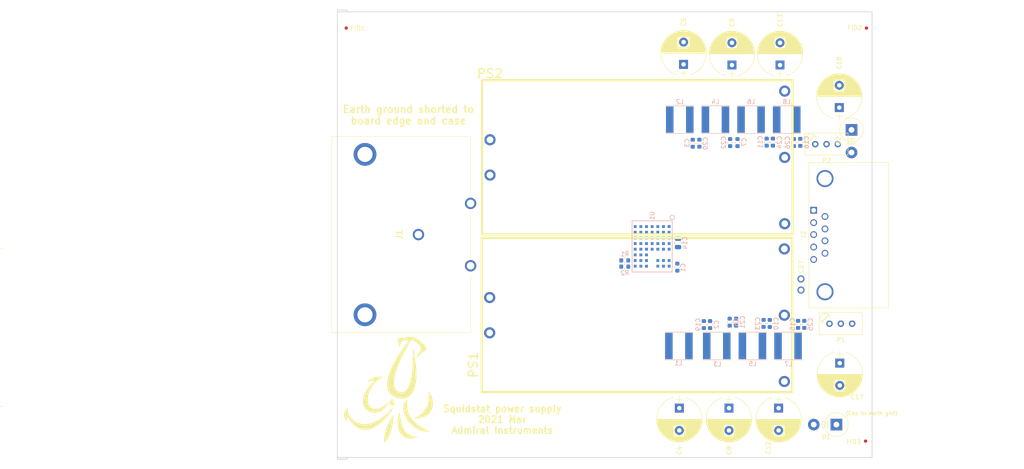
<source format=kicad_pcb>
(kicad_pcb (version 20171130) (host pcbnew "(5.1.0)-1")
  (layers (0 F.Cu signal) (31 B.Cu signal) (34 B.Paste user hide) (35 F.Paste user) (36 B.SilkS user) (37 F.SilkS user) (38 B.Mask user hide) (39 F.Mask user hide) (44 Edge.Cuts user))
  (net 0 "")
  (net 1 GND)
  (net 2 "Net-(C1-Pad1)")
  (net 3 /+0v,B)
  (net 4 "Net-(C10-Pad1)")
  (net 5 "Net-(C11-Pad1)")
  (net 6 /3.3v)
  (net 7 Earth)
  (net 8 "Net-(L2-Pad2)")
  (net 9 "Net-(J1-Pad1)")
  (net 10 "Net-(J1-Pad2)")
  (net 11 "Net-(R1-Pad1)")
  (net 12 "Net-(R2-Pad1)")
  (net 13 "Net-(U1-PadF7)")
  (net 14 "Net-(U1-PadH6)")
  (net 15 "Net-(U1-PadF5)")
  (net 16 "Net-(C19-Pad1)")
  (net 17 "Net-(C20-Pad1)")
  (net 18 "Net-(C21-Pad1)")
  (net 19 "Net-(C22-Pad1)")
  (net 20 "Net-(P1-Pad2)")
  (net 21 "Net-(P2-Pad2)")
  (net 22 /+15v,A)
  (net 23 /+15v,B)
  (module user_generated_footprints:SquidLogo20x24 (layer F.Cu) (at 11.45 84.8)
    (fp_text reference LOGO1 hide)
    (fp_text value "Squid Logo" hide)
  )
  (module Fiducial:Fiducial_0.75mm_Mask1.5mm (layer F.Cu) (at 118.55 96.35)
    (fp_text reference FID3 (at -2.7 0.15) (layer F.SilkS))
    (fp_text value Fiducial)
    (pad "" smd circle (at 0 0) (size 0.75 0.75) (layers F.Cu F.Mask) (clearance 0.375))
  )
  (module Fiducial:Fiducial_0.75mm_Mask1.5mm (layer F.Cu) (at 118.75 3.65)
    (fp_text reference FID2 (at -2.65 -0.05) (layer F.SilkS))
    (fp_text value Fiducial)
    (pad "" smd circle (at 0 0) (size 0.75 0.75) (layers F.Cu F.Mask) (clearance 0.375))
  )
  (module Fiducial:Fiducial_0.75mm_Mask1.5mm (layer F.Cu) (at 2 3.65)
    (fp_text reference FID1 (at 2.55 0.05) (layer F.SilkS))
    (fp_text value Fiducial)
    (pad "" smd circle (at 0 0) (size 0.75 0.75) (layers F.Cu F.Mask) (clearance 0.375))
  )
  (module Resistor_SMD:R_0603_1608Metric (layer B.Cu) (at 64.5 57.2 180)
    (fp_text reference R2 (at 0 -1.4 180) (layer B.SilkS) (effects (justify mirror)))
    (fp_text value 154k)
    (pad 2 smd roundrect (at 0.7875 0 180) (size 0.875 0.95) (layers B.Cu B.Paste B.Mask) (net 1 GND))
    (pad 1 smd roundrect (at -0.7875 0 180) (size 0.875 0.95) (layers B.Cu B.Paste B.Mask) (net 12 "Net-(R2-Pad1)"))
  )
  (module Resistor_SMD:R_0603_1608Metric (layer B.Cu) (at 64.5 55.8 180)
    (fp_text reference R1 (at 0 1.43 180) (layer B.SilkS) (effects (justify mirror)))
    (fp_text value 42.2k)
    (pad 2 smd roundrect (at 0.7875 0 180) (size 0.875 0.95) (layers B.Cu B.Paste B.Mask) (net 1 GND))
    (pad 1 smd roundrect (at -0.7875 0 180) (size 0.875 0.95) (layers B.Cu B.Paste B.Mask) (net 11 "Net-(R1-Pad1)"))
  )
  (module Capacitor_SMD:C_0603_1608Metric (layer B.Cu) (at 102.45 29.35 270)
    (fp_text reference C26 (at 0 1.43 270) (layer B.SilkS) (effects (justify mirror)))
    (fp_text value 10n)
    (pad 2 smd roundrect (at 0.7875 0 270) (size 0.875 0.95) (layers B.Cu B.Paste B.Mask) (net 3 /+0v,B))
    (pad 1 smd roundrect (at -0.7875 0 270) (size 0.875 0.95) (layers B.Cu B.Paste B.Mask) (net 23 /+15v,B))
  )
  (module Capacitor_SMD:C_0603_1608Metric (layer B.Cu) (at 104.8 70.15 90)
    (fp_text reference C25 (at 0 1.35 90) (layer B.SilkS) (effects (justify mirror)))
    (fp_text value 10n)
    (pad 2 smd roundrect (at 0.7875 0 90) (size 0.875 0.95) (layers B.Cu B.Paste B.Mask) (net 1 GND))
    (pad 1 smd roundrect (at -0.7875 0 90) (size 0.875 0.95) (layers B.Cu B.Paste B.Mask) (net 22 /+15v,A))
  )
  (module Capacitor_SMD:C_0603_1608Metric (layer B.Cu) (at 97.75 29.25 270)
    (fp_text reference C24 (at 0.05 -1.45 270) (layer B.SilkS) (effects (justify mirror)))
    (fp_text value 10n)
    (pad 2 smd roundrect (at 0.7875 0 270) (size 0.875 0.95) (layers B.Cu B.Paste B.Mask) (net 3 /+0v,B))
    (pad 1 smd roundrect (at -0.7875 0 270) (size 0.875 0.95) (layers B.Cu B.Paste B.Mask) (net 5 "Net-(C11-Pad1)"))
  )
  (module Capacitor_SMD:C_0603_1608Metric (layer B.Cu) (at 95.65 69.9375 90)
    (fp_text reference C23 (at -0.0125 -1.3 90) (layer B.SilkS) (effects (justify mirror)))
    (fp_text value 10n)
    (pad 2 smd roundrect (at 0.7875 0 90) (size 0.875 0.95) (layers B.Cu B.Paste B.Mask) (net 1 GND))
    (pad 1 smd roundrect (at -0.7875 0 90) (size 0.875 0.95) (layers B.Cu B.Paste B.Mask) (net 4 "Net-(C10-Pad1)"))
  )
  (module Capacitor_SMD:C_0603_1608Metric (layer B.Cu) (at 88.15 29.35 270)
    (fp_text reference C22 (at 0 1.43 270) (layer B.SilkS) (effects (justify mirror)))
    (fp_text value 10n)
    (pad 2 smd roundrect (at 0.7875 0 270) (size 0.875 0.95) (layers B.Cu B.Paste B.Mask) (net 3 /+0v,B))
    (pad 1 smd roundrect (at -0.7875 0 270) (size 0.875 0.95) (layers B.Cu B.Paste B.Mask) (net 19 "Net-(C22-Pad1)"))
  )
  (module Capacitor_SMD:C_0603_1608Metric (layer B.Cu) (at 89.5 69.65 90)
    (fp_text reference C21 (at 0 1.43 90) (layer B.SilkS) (effects (justify mirror)))
    (fp_text value 10n)
    (pad 2 smd roundrect (at 0.7875 0 90) (size 0.875 0.95) (layers B.Cu B.Paste B.Mask) (net 1 GND))
    (pad 1 smd roundrect (at -0.7875 0 90) (size 0.875 0.95) (layers B.Cu B.Paste B.Mask) (net 18 "Net-(C21-Pad1)"))
  )
  (module Capacitor_SMD:C_0603_1608Metric (layer B.Cu) (at 81.25 29.4875 270)
    (fp_text reference C20 (at 0.0625 -1.35 270) (layer B.SilkS) (effects (justify mirror)))
    (fp_text value 10n)
    (pad 2 smd roundrect (at 0.7875 0 270) (size 0.875 0.95) (layers B.Cu B.Paste B.Mask) (net 3 /+0v,B))
    (pad 1 smd roundrect (at -0.7875 0 270) (size 0.875 0.95) (layers B.Cu B.Paste B.Mask) (net 17 "Net-(C20-Pad1)"))
  )
  (module Capacitor_SMD:C_0603_1608Metric (layer B.Cu) (at 82.25 70.2 90)
    (fp_text reference C19 (at 0 -1.3 90) (layer B.SilkS) (effects (justify mirror)))
    (fp_text value 10n)
    (pad 2 smd roundrect (at 0.7875 0 90) (size 0.875 0.95) (layers B.Cu B.Paste B.Mask) (net 1 GND))
    (pad 1 smd roundrect (at -0.7875 0 90) (size 0.875 0.95) (layers B.Cu B.Paste B.Mask) (net 16 "Net-(C19-Pad1)"))
  )
  (module Capacitor_SMD:C_0603_1608Metric (layer B.Cu) (at 103.9 29.3 270)
    (fp_text reference C16 (at 0 -1.35 270) (layer B.SilkS) (effects (justify mirror)))
    (fp_text value 1u)
    (pad 2 smd roundrect (at 0.7875 0 270) (size 0.875 0.95) (layers B.Cu B.Paste B.Mask) (net 3 /+0v,B))
    (pad 1 smd roundrect (at -0.7875 0 270) (size 0.875 0.95) (layers B.Cu B.Paste B.Mask) (net 23 /+15v,B))
  )
  (module Capacitor_SMD:C_0603_1608Metric (layer B.Cu) (at 103.4 70.15 90)
    (fp_text reference C15 (at 0 -1.25 90) (layer B.SilkS) (effects (justify mirror)))
    (fp_text value 1u)
    (pad 2 smd roundrect (at 0.7875 0 90) (size 0.875 0.95) (layers B.Cu B.Paste B.Mask) (net 1 GND))
    (pad 1 smd roundrect (at -0.7875 0 90) (size 0.875 0.95) (layers B.Cu B.Paste B.Mask) (net 22 /+15v,A))
  )
  (module Capacitor_SMD:C_0805_2012Metric (layer B.Cu) (at 76.45 51.8625 270)
    (fp_text reference C14 (at 0 -1.55 270) (layer B.SilkS) (effects (justify mirror)))
    (fp_text value 22u)
    (pad 2 smd roundrect (at 0.9375 0 270) (size 0.975 1.4) (layers B.Cu B.Paste B.Mask) (net 1 GND))
    (pad 1 smd roundrect (at -0.9375 0 270) (size 0.975 1.4) (layers B.Cu B.Paste B.Mask) (net 6 /3.3v))
  )
  (module Capacitor_SMD:C_0603_1608Metric (layer B.Cu) (at 96.35 29.25 270)
    (fp_text reference C11 (at 0 1.43 270) (layer B.SilkS) (effects (justify mirror)))
    (fp_text value 1u)
    (pad 2 smd roundrect (at 0.7875 0 270) (size 0.875 0.95) (layers B.Cu B.Paste B.Mask) (net 3 /+0v,B))
    (pad 1 smd roundrect (at -0.7875 0 270) (size 0.875 0.95) (layers B.Cu B.Paste B.Mask) (net 5 "Net-(C11-Pad1)"))
  )
  (module Capacitor_SMD:C_0603_1608Metric (layer B.Cu) (at 97.05 69.95 90)
    (fp_text reference C10 (at 0 1.43 90) (layer B.SilkS) (effects (justify mirror)))
    (fp_text value 1u)
    (pad 2 smd roundrect (at 0.7875 0 90) (size 0.875 0.95) (layers B.Cu B.Paste B.Mask) (net 1 GND))
    (pad 1 smd roundrect (at -0.7875 0 90) (size 0.875 0.95) (layers B.Cu B.Paste B.Mask) (net 4 "Net-(C10-Pad1)"))
  )
  (module Capacitor_SMD:C_0603_1608Metric (layer B.Cu) (at 89.8 29.35 270)
    (fp_text reference C7 (at -0.1 -1.5 270) (layer B.SilkS) (effects (justify mirror)))
    (fp_text value 1u)
    (pad 2 smd roundrect (at 0.7875 0 270) (size 0.875 0.95) (layers B.Cu B.Paste B.Mask) (net 3 /+0v,B))
    (pad 1 smd roundrect (at -0.7875 0 270) (size 0.875 0.95) (layers B.Cu B.Paste B.Mask) (net 19 "Net-(C22-Pad1)"))
  )
  (module Capacitor_SMD:C_0603_1608Metric (layer B.Cu) (at 88.05 69.65 90)
    (fp_text reference C6 (at 0 1.43 90) (layer B.SilkS) (effects (justify mirror)))
    (fp_text value 1u)
    (pad 2 smd roundrect (at 0.7875 0 90) (size 0.875 0.95) (layers B.Cu B.Paste B.Mask) (net 1 GND))
    (pad 1 smd roundrect (at -0.7875 0 90) (size 0.875 0.95) (layers B.Cu B.Paste B.Mask) (net 18 "Net-(C21-Pad1)"))
  )
  (module Capacitor_SMD:C_0603_1608Metric (layer B.Cu) (at 79.75 29.5 270)
    (fp_text reference C3 (at -0.05 1.25 270) (layer B.SilkS) (effects (justify mirror)))
    (fp_text value 1u)
    (pad 2 smd roundrect (at 0.7875 0 270) (size 0.875 0.95) (layers B.Cu B.Paste B.Mask) (net 3 /+0v,B))
    (pad 1 smd roundrect (at -0.7875 0 270) (size 0.875 0.95) (layers B.Cu B.Paste B.Mask) (net 17 "Net-(C20-Pad1)"))
  )
  (module Capacitor_SMD:C_0603_1608Metric (layer B.Cu) (at 83.65 70.2 90)
    (fp_text reference C2 (at 0 1.43 90) (layer B.SilkS) (effects (justify mirror)))
    (fp_text value 1u)
    (pad 2 smd roundrect (at 0.7875 0 90) (size 0.875 0.95) (layers B.Cu B.Paste B.Mask) (net 1 GND))
    (pad 1 smd roundrect (at -0.7875 0 90) (size 0.875 0.95) (layers B.Cu B.Paste B.Mask) (net 16 "Net-(C19-Pad1)"))
  )
  (module Capacitor_SMD:C_0603_1608Metric (layer B.Cu) (at 76.3 57.3125 270)
    (fp_text reference C1 (at 0.1 -1.25 270) (layer B.SilkS) (effects (justify mirror)))
    (fp_text value 2.2u)
    (pad 2 smd roundrect (at 0.7875 0 270) (size 0.875 0.95) (layers B.Cu B.Paste B.Mask) (net 1 GND))
    (pad 1 smd roundrect (at -0.7875 0 270) (size 0.875 0.95) (layers B.Cu B.Paste B.Mask) (net 2 "Net-(C1-Pad1)"))
  )
  (module user_generated_footprints:DB9FC_w_housing_connection (layer F.Cu) (at 106.9 44.54 270)
    (fp_text reference J2 (at 5.46 2.28 270) (layer F.SilkS))
    (fp_text value DB9_Female_MountingHoles)
    (pad 9 thru_hole circle (at 9.65 -2.54 270) (size 1.52 1.52) (drill 1.02) (layers *.Cu *.Mask) (net 3 /+0v,B))
    (pad 8 thru_hole circle (at 6.86 -2.54 270) (size 1.52 1.52) (drill 1.02) (layers *.Cu *.Mask) (net 7 Earth))
    (pad 7 thru_hole circle (at 4.19 -2.54 270) (size 1.52 1.52) (drill 1.02) (layers *.Cu *.Mask) (net 3 /+0v,B))
    (pad 6 thru_hole circle (at 1.4 -2.54 270) (size 1.52 1.52) (drill 1.02) (layers *.Cu *.Mask) (net 6 /3.3v))
    (pad 5 thru_hole circle (at 11.05 0 270) (size 1.52 1.52) (drill 1.02) (layers *.Cu *.Mask) (net 22 /+15v,A))
    (pad 4 thru_hole circle (at 8.26 0 270) (size 1.52 1.52) (drill 1.02) (layers *.Cu *.Mask) (net 23 /+15v,B))
    (pad 3 thru_hole circle (at 5.46 0 270) (size 1.52 1.52) (drill 1.02) (layers *.Cu *.Mask) (net 1 GND))
    (pad 2 thru_hole circle (at 2.79 0 270) (size 1.52 1.52) (drill 1.02) (layers *.Cu *.Mask) (net 23 /+15v,B))
    (pad 1 thru_hole rect (at 0 0 270) (size 1.52 1.52) (drill 1.02) (layers *.Cu *.Mask) (net 22 /+15v,A))
    (pad 0 thru_hole circle (at -7.11 -2.54 270) (size 3.81 3.81) (drill 3.05) (layers *.Cu *.Mask) (net 1 GND))
    (pad 0 thru_hole circle (at 18.29 -2.54 270) (size 3.81 3.81) (drill 3.05) (layers *.Cu *.Mask) (net 1 GND))
  )
  (module user_generated_footprints:PF0030PC (layer F.Cu) (at 29.9 57 90)
    (fp_text reference J1 (at 7 -15.962 90) (layer F.SilkS) (effects (font (size 1.27 1.27) (thickness 0.254))))
    (fp_text value Conn_WallPlug_Earth hide)
    (pad 2 thru_hole circle (at 0 0 90) (size 2.55 2.55) (drill 1.7) (layers *.Cu *.Mask) (net 10 "Net-(J1-Pad2)"))
    (pad 1 thru_hole circle (at 14 0 90) (size 2.55 2.55) (drill 1.7) (layers *.Cu *.Mask) (net 9 "Net-(J1-Pad1)"))
    (pad 3 thru_hole circle (at 7 -11.7 90) (size 2.55 2.55) (drill 1.7) (layers *.Cu *.Mask) (net 7 Earth))
    (pad MH1 thru_hole circle (at -11 -23.7 90) (size 5.1 5.1) (drill 3.4) (layers *.Cu *.Mask))
    (pad MH2 thru_hole circle (at 25 -23.7 90) (size 5.1 5.1) (drill 3.4) (layers *.Cu *.Mask))
  )
  (module Diodes_THT:D_DO-201_P5.08mm_Vertical_KathodeUp (layer F.Cu) (at 112 92.65 180)
    (fp_text reference D1 (at 2.25 -2.78 180) (layer F.SilkS))
    (fp_text value 16v)
    (pad 1 thru_hole rect (at 0 0 180) (size 2.6 2.6) (drill 1.3) (layers *.Cu *.Mask) (net 22 /+15v,A))
    (pad 2 thru_hole oval (at 5.08 0 180) (size 2.6 2.6) (drill 1.3) (layers *.Cu *.Mask) (net 1 GND))
  )
  (module Diodes_THT:D_DO-201_P5.08mm_Vertical_KathodeUp (layer F.Cu) (at 115.4 26.5 270)
    (fp_text reference D2 (at 2.48 2.93 270) (layer F.SilkS))
    (fp_text value 16v)
    (pad 2 thru_hole oval (at 5.08 0 270) (size 2.6 2.6) (drill 1.3) (layers *.Cu *.Mask) (net 3 /+0v,B))
    (pad 1 thru_hole rect (at 0 0 270) (size 2.6 2.6) (drill 1.3) (layers *.Cu *.Mask) (net 23 /+15v,B))
  )
  (module Potentiometers:Potentiometer_Trimmer_Bourns_3296W (layer F.Cu) (at 110.45 70 180)
    (fp_text reference P1 (at -2.54 -3.66 180) (layer F.SilkS))
    (fp_text value ???)
    (pad 3 thru_hole circle (at -5.08 0 180) (size 1.44 1.44) (drill 0.8) (layers *.Cu *.Mask) (net 2 "Net-(C1-Pad1)"))
    (pad 2 thru_hole circle (at -2.54 0 180) (size 1.44 1.44) (drill 0.8) (layers *.Cu *.Mask) (net 20 "Net-(P1-Pad2)"))
    (pad 1 thru_hole circle (at 0 0 180) (size 1.44 1.44) (drill 0.8) (layers *.Cu *.Mask) (net 1 GND))
  )
  (module Potentiometers:Potentiometer_Trimmer_Bourns_3296W (layer F.Cu) (at 107.25 29.7 180)
    (fp_text reference P2 (at -2.54 -3.66 180) (layer F.SilkS))
    (fp_text value ???)
    (pad 3 thru_hole circle (at -5.08 0 180) (size 1.44 1.44) (drill 0.8) (layers *.Cu *.Mask) (net 8 "Net-(L2-Pad2)"))
    (pad 2 thru_hole circle (at -2.54 0 180) (size 1.44 1.44) (drill 0.8) (layers *.Cu *.Mask) (net 21 "Net-(P2-Pad2)"))
    (pad 1 thru_hole circle (at 0 0 180) (size 1.44 1.44) (drill 0.8) (layers *.Cu *.Mask) (net 3 /+0v,B))
  )
  (module Capacitors_THT:C_Disc_D3.0mm_W1.6mm_P2.50mm (layer F.Cu) (at 104.05 59.95 270)
    (fp_text reference C27 (at -2.7 0 270) (layer F.SilkS))
    (fp_text value ??)
    (pad 2 thru_hole circle (at 2.5 0 270) (size 1.6 1.6) (drill 1) (layers *.Cu *.Mask) (net 1 GND))
    (pad 1 thru_hole circle (at 0 0 270) (size 1.6 1.6) (drill 1) (layers *.Cu *.Mask) (net 7 Earth))
  )
  (module Capacitors_THT:CP_Radial_D10.0mm_P5.00mm (layer F.Cu) (at 76.75 88.95 270)
    (fp_text reference C4 (at 9.5 0 270) (layer F.SilkS))
    (fp_text value 560u)
    (pad 1 thru_hole rect (at 0 0 270) (size 2 2) (drill 1) (layers *.Cu *.Mask) (net 16 "Net-(C19-Pad1)"))
    (pad 2 thru_hole circle (at 5 0 270) (size 2 2) (drill 1) (layers *.Cu *.Mask) (net 1 GND))
  )
  (module Capacitors_THT:CP_Radial_D10.0mm_P5.00mm (layer F.Cu) (at 77.7 11.8 90)
    (fp_text reference C5 (at 9.5 0 90) (layer F.SilkS))
    (fp_text value 560u)
    (pad 1 thru_hole rect (at 0 0 90) (size 2 2) (drill 1) (layers *.Cu *.Mask) (net 17 "Net-(C20-Pad1)"))
    (pad 2 thru_hole circle (at 5 0 90) (size 2 2) (drill 1) (layers *.Cu *.Mask) (net 3 /+0v,B))
  )
  (module Capacitors_THT:CP_Radial_D10.0mm_P5.00mm (layer F.Cu) (at 87.892858 88.95 270)
    (fp_text reference C8 (at 9.5 0 270) (layer F.SilkS))
    (fp_text value 560u)
    (pad 1 thru_hole rect (at 0 0 270) (size 2 2) (drill 1) (layers *.Cu *.Mask) (net 18 "Net-(C21-Pad1)"))
    (pad 2 thru_hole circle (at 5 0 270) (size 2 2) (drill 1) (layers *.Cu *.Mask) (net 1 GND))
  )
  (module Capacitors_THT:CP_Radial_D10.0mm_P5.00mm (layer F.Cu) (at 88.55 11.95 90)
    (fp_text reference C9 (at 9.5 0 90) (layer F.SilkS))
    (fp_text value 560u)
    (pad 1 thru_hole rect (at 0 0 90) (size 2 2) (drill 1) (layers *.Cu *.Mask) (net 19 "Net-(C22-Pad1)"))
    (pad 2 thru_hole circle (at 5 0 90) (size 2 2) (drill 1) (layers *.Cu *.Mask) (net 3 /+0v,B))
  )
  (module Capacitors_THT:CP_Radial_D10.0mm_P5.00mm (layer F.Cu) (at 99.035715 88.95 270)
    (fp_text reference C12 (at 8.9 2.3 270) (layer F.SilkS))
    (fp_text value 560u)
    (pad 1 thru_hole rect (at 0 0 270) (size 2 2) (drill 1) (layers *.Cu *.Mask) (net 4 "Net-(C10-Pad1)"))
    (pad 2 thru_hole circle (at 5 0 270) (size 2 2) (drill 1) (layers *.Cu *.Mask) (net 1 GND))
  )
  (module Capacitors_THT:CP_Radial_D10.0mm_P5.00mm (layer F.Cu) (at 99.35 11.95 90)
    (fp_text reference C13 (at 10 0 90) (layer F.SilkS))
    (fp_text value 560u)
    (pad 1 thru_hole rect (at 0 0 90) (size 2 2) (drill 1) (layers *.Cu *.Mask) (net 5 "Net-(C11-Pad1)"))
    (pad 2 thru_hole circle (at 5 0 90) (size 2 2) (drill 1) (layers *.Cu *.Mask) (net 3 /+0v,B))
  )
  (module Capacitors_THT:CP_Radial_D10.0mm_P5.00mm (layer F.Cu) (at 112.75 78.85 270)
    (fp_text reference C17 (at 7.6 -3.9) (layer F.SilkS))
    (fp_text value 560u)
    (pad 1 thru_hole rect (at 0 0 270) (size 2 2) (drill 1) (layers *.Cu *.Mask) (net 22 /+15v,A))
    (pad 2 thru_hole circle (at 5 0 270) (size 2 2) (drill 1) (layers *.Cu *.Mask) (net 1 GND))
  )
  (module Capacitors_THT:CP_Radial_D10.0mm_P5.00mm (layer F.Cu) (at 112.65 21.5 90)
    (fp_text reference C18 (at 10 0 90) (layer F.SilkS))
    (fp_text value 560u)
    (pad 1 thru_hole rect (at 0 0 90) (size 2 2) (drill 1) (layers *.Cu *.Mask) (net 23 /+15v,B))
    (pad 2 thru_hole circle (at 5 0 90) (size 2 2) (drill 1) (layers *.Cu *.Mask) (net 3 /+0v,B))
  )
  (module user:6045_inductor (layer B.Cu) (at 76.65 75 180)
    (fp_text reference L1 (at 0.1 -3.85 180) (layer B.SilkS) (effects (justify mirror)))
    (fp_text value 10u)
    (pad 1 smd rect (at -2.25 0 180) (size 1.7 5.9) (layers B.Cu B.Paste B.Mask) (net 16 "Net-(C19-Pad1)"))
    (pad 2 smd rect (at 2.25 0 180) (size 1.7 5.9) (layers B.Cu B.Paste B.Mask) (net 2 "Net-(C1-Pad1)"))
  )
  (module user:6045_inductor (layer B.Cu) (at 76.85 24.2 180)
    (fp_text reference L2 (at 0 4 180) (layer B.SilkS) (effects (justify mirror)))
    (fp_text value 10u)
    (pad 1 smd rect (at -2.25 0 180) (size 1.7 5.9) (layers B.Cu B.Paste B.Mask) (net 17 "Net-(C20-Pad1)"))
    (pad 2 smd rect (at 2.25 0 180) (size 1.7 5.9) (layers B.Cu B.Paste B.Mask) (net 8 "Net-(L2-Pad2)"))
  )
  (module user:6045_inductor (layer B.Cu) (at 85.15 75 180)
    (fp_text reference L3 (at -0.15 -4.05 180) (layer B.SilkS) (effects (justify mirror)))
    (fp_text value 10u)
    (pad 1 smd rect (at -2.25 0 180) (size 1.7 5.9) (layers B.Cu B.Paste B.Mask) (net 18 "Net-(C21-Pad1)"))
    (pad 2 smd rect (at 2.25 0 180) (size 1.7 5.9) (layers B.Cu B.Paste B.Mask) (net 16 "Net-(C19-Pad1)"))
  )
  (module user:6045_inductor (layer B.Cu) (at 84.85 24.2 180)
    (fp_text reference L4 (at 0 4 180) (layer B.SilkS) (effects (justify mirror)))
    (fp_text value 10u)
    (pad 1 smd rect (at -2.25 0 180) (size 1.7 5.9) (layers B.Cu B.Paste B.Mask) (net 19 "Net-(C22-Pad1)"))
    (pad 2 smd rect (at 2.25 0 180) (size 1.7 5.9) (layers B.Cu B.Paste B.Mask) (net 17 "Net-(C20-Pad1)"))
  )
  (module user:6045_inductor (layer B.Cu) (at 93.15 75 180)
    (fp_text reference L5 (at -0.05 -4 180) (layer B.SilkS) (effects (justify mirror)))
    (fp_text value 10u)
    (pad 1 smd rect (at -2.25 0 180) (size 1.7 5.9) (layers B.Cu B.Paste B.Mask) (net 4 "Net-(C10-Pad1)"))
    (pad 2 smd rect (at 2.25 0 180) (size 1.7 5.9) (layers B.Cu B.Paste B.Mask) (net 18 "Net-(C21-Pad1)"))
  )
  (module user:6045_inductor (layer B.Cu) (at 92.85 24.2 180)
    (fp_text reference L6 (at 0 4 180) (layer B.SilkS) (effects (justify mirror)))
    (fp_text value 10u)
    (pad 1 smd rect (at -2.25 0 180) (size 1.7 5.9) (layers B.Cu B.Paste B.Mask) (net 5 "Net-(C11-Pad1)"))
    (pad 2 smd rect (at 2.25 0 180) (size 1.7 5.9) (layers B.Cu B.Paste B.Mask) (net 19 "Net-(C22-Pad1)"))
  )
  (module user:6045_inductor (layer B.Cu) (at 101.15 75 180)
    (fp_text reference L7 (at -0.1 -4.05 180) (layer B.SilkS) (effects (justify mirror)))
    (fp_text value 10u)
    (pad 1 smd rect (at -2.25 0 180) (size 1.7 5.9) (layers B.Cu B.Paste B.Mask) (net 22 /+15v,A))
    (pad 2 smd rect (at 2.25 0 180) (size 1.7 5.9) (layers B.Cu B.Paste B.Mask) (net 4 "Net-(C10-Pad1)"))
  )
  (module user:6045_inductor (layer B.Cu) (at 100.85 24.2 180)
    (fp_text reference L8 (at 0 4 180) (layer B.SilkS) (effects (justify mirror)))
    (fp_text value 10u)
    (pad 1 smd rect (at -2.25 0 180) (size 1.7 5.9) (layers B.Cu B.Paste B.Mask) (net 23 /+15v,B))
    (pad 2 smd rect (at 2.25 0 180) (size 1.7 5.9) (layers B.Cu B.Paste B.Mask) (net 5 "Net-(C11-Pad1)"))
  )
  (module user:TPP-30-115A-D (layer F.Cu) (at 102.1 50.75)
    (fp_text reference PS1 (at -71.6 28.5 90) (layer F.SilkS) (effects (font (size 2 2) (thickness 0.3))))
    (fp_text value TPP30-115A-D)
    (pad 5 thru_hole circle (at -1.78 2.46) (size 2.5 2.5) (drill 1.5) (layers *.Cu *.Mask) (net 20 "Net-(P1-Pad2)"))
    (pad 4 thru_hole circle (at -1.78 17.34) (size 2.5 2.5) (drill 1.5) (layers *.Cu *.Mask) (net 1 GND))
    (pad 2 thru_hole circle (at -67.92 13.38) (size 2.5 2.5) (drill 1.5) (layers *.Cu *.Mask) (net 9 "Net-(J1-Pad1)"))
    (pad 1 thru_hole circle (at -67.92 21.3) (size 2.5 2.5) (drill 1.5) (layers *.Cu *.Mask) (net 10 "Net-(J1-Pad2)"))
    (pad 3 thru_hole circle (at -1.78 32.22) (size 2.5 2.5) (drill 1.5) (layers *.Cu *.Mask) (net 2 "Net-(C1-Pad1)"))
  )
  (module user:TPP-30-115A-D (layer F.Cu) (at 102.18 15.34)
    (fp_text reference PS2 (at -67.93 -1.49 180) (layer F.SilkS) (effects (font (size 2 2) (thickness 0.3))))
    (fp_text value TPP30-115A-D)
    (pad 3 thru_hole circle (at -1.78 32.22) (size 2.5 2.5) (drill 1.5) (layers *.Cu *.Mask) (net 8 "Net-(L2-Pad2)"))
    (pad 1 thru_hole circle (at -67.92 21.3) (size 2.5 2.5) (drill 1.5) (layers *.Cu *.Mask) (net 10 "Net-(J1-Pad2)"))
    (pad 2 thru_hole circle (at -67.92 13.38) (size 2.5 2.5) (drill 1.5) (layers *.Cu *.Mask) (net 9 "Net-(J1-Pad1)"))
    (pad 4 thru_hole circle (at -1.78 17.34) (size 2.5 2.5) (drill 1.5) (layers *.Cu *.Mask) (net 3 /+0v,B))
    (pad 5 thru_hole circle (at -1.78 2.46) (size 2.5 2.5) (drill 1.5) (layers *.Cu *.Mask) (net 21 "Net-(P2-Pad2)"))
  )
  (module user:LGA-50 (layer B.Cu) (at 70.65 52.65 270)
    (fp_text reference U1 (at -6.9 0 270) (layer B.SilkS) (effects (justify mirror)))
    (fp_text value LTM8022)
    (pad H7 smd rect (at 4.445 3.81 270) (size 0.64 0.64) (layers B.Cu B.Paste B.Mask) (net 12 "Net-(R2-Pad1)"))
    (pad G7 smd rect (at 3.175 3.81 270) (size 0.64 0.64) (layers B.Cu B.Paste B.Mask) (net 11 "Net-(R1-Pad1)"))
    (pad F7 smd rect (at 1.905 3.81 270) (size 0.64 0.64) (layers B.Cu B.Paste B.Mask) (net 13 "Net-(U1-PadF7)"))
    (pad E1 smd rect (at 0.635 3.81 270) (size 0.64 0.64) (layers B.Cu B.Paste B.Mask) (net 1 GND))
    (pad E1 smd rect (at -0.635 3.81 270) (size 0.64 0.64) (layers B.Cu B.Paste B.Mask) (net 1 GND))
    (pad E1 smd rect (at -1.905 3.81 270) (size 0.64 0.64) (layers B.Cu B.Paste B.Mask) (net 1 GND))
    (pad E1 smd rect (at -3.175 3.81 270) (size 0.64 0.64) (layers B.Cu B.Paste B.Mask) (net 1 GND))
    (pad E1 smd rect (at -4.445 3.81 270) (size 0.64 0.64) (layers B.Cu B.Paste B.Mask) (net 1 GND))
    (pad H6 smd rect (at 4.445 2.54 270) (size 0.64 0.64) (layers B.Cu B.Paste B.Mask) (net 14 "Net-(U1-PadH6)"))
    (pad G6 smd rect (at 3.175 2.54 270) (size 0.64 0.64) (layers B.Cu B.Paste B.Mask) (net 2 "Net-(C1-Pad1)"))
    (pad E1 smd rect (at 1.905 2.54 270) (size 0.64 0.64) (layers B.Cu B.Paste B.Mask) (net 1 GND))
    (pad E1 smd rect (at 0.635 2.54 270) (size 0.64 0.64) (layers B.Cu B.Paste B.Mask) (net 1 GND))
    (pad E1 smd rect (at -0.635 2.54 270) (size 0.64 0.64) (layers B.Cu B.Paste B.Mask) (net 1 GND))
    (pad E1 smd rect (at -1.905 2.54 270) (size 0.64 0.64) (layers B.Cu B.Paste B.Mask) (net 1 GND))
    (pad E1 smd rect (at -3.175 2.54 270) (size 0.64 0.64) (layers B.Cu B.Paste B.Mask) (net 1 GND))
    (pad E1 smd rect (at -4.445 2.54 270) (size 0.64 0.64) (layers B.Cu B.Paste B.Mask) (net 1 GND))
    (pad H5 smd rect (at 4.445 1.27 270) (size 0.64 0.64) (layers B.Cu B.Paste B.Mask) (net 2 "Net-(C1-Pad1)"))
    (pad G5 smd rect (at 3.175 1.27 270) (size 0.64 0.64) (layers B.Cu B.Paste B.Mask) (net 15 "Net-(U1-PadF5)"))
    (pad F5 smd rect (at 1.905 1.27 270) (size 0.64 0.64) (layers B.Cu B.Paste B.Mask) (net 15 "Net-(U1-PadF5)"))
    (pad E1 smd rect (at 0.635 1.27 270) (size 0.64 0.64) (layers B.Cu B.Paste B.Mask) (net 1 GND))
    (pad E1 smd rect (at -0.635 1.27 270) (size 0.64 0.64) (layers B.Cu B.Paste B.Mask) (net 1 GND))
    (pad E1 smd rect (at -1.905 1.27 270) (size 0.64 0.64) (layers B.Cu B.Paste B.Mask) (net 1 GND))
    (pad E1 smd rect (at -3.175 1.27 270) (size 0.64 0.64) (layers B.Cu B.Paste B.Mask) (net 1 GND))
    (pad E1 smd rect (at -4.445 1.27 270) (size 0.64 0.64) (layers B.Cu B.Paste B.Mask) (net 1 GND))
    (pad E1 smd rect (at 0.635 0 270) (size 0.64 0.64) (layers B.Cu B.Paste B.Mask) (net 1 GND))
    (pad E1 smd rect (at -0.635 0 270) (size 0.64 0.64) (layers B.Cu B.Paste B.Mask) (net 1 GND))
    (pad A1 smd rect (at -1.905 0 270) (size 0.64 0.64) (layers B.Cu B.Paste B.Mask) (net 6 /3.3v))
    (pad A1 smd rect (at -3.175 0 270) (size 0.64 0.64) (layers B.Cu B.Paste B.Mask) (net 6 /3.3v))
    (pad A1 smd rect (at -4.445 0 270) (size 0.64 0.64) (layers B.Cu B.Paste B.Mask) (net 6 /3.3v))
    (pad H1 smd rect (at 4.445 -1.27 270) (size 0.64 0.64) (layers B.Cu B.Paste B.Mask) (net 2 "Net-(C1-Pad1)"))
    (pad H1 smd rect (at 3.175 -1.27 270) (size 0.64 0.64) (layers B.Cu B.Paste B.Mask) (net 2 "Net-(C1-Pad1)"))
    (pad E1 smd rect (at 0.635 -1.27 270) (size 0.64 0.64) (layers B.Cu B.Paste B.Mask) (net 1 GND))
    (pad E1 smd rect (at -0.635 -1.27 270) (size 0.64 0.64) (layers B.Cu B.Paste B.Mask) (net 1 GND))
    (pad A1 smd rect (at -1.905 -1.27 270) (size 0.64 0.64) (layers B.Cu B.Paste B.Mask) (net 6 /3.3v))
    (pad A1 smd rect (at -3.175 -1.27 270) (size 0.64 0.64) (layers B.Cu B.Paste B.Mask) (net 6 /3.3v))
    (pad A1 smd rect (at -4.445 -1.27 270) (size 0.64 0.64) (layers B.Cu B.Paste B.Mask) (net 6 /3.3v))
    (pad H1 smd rect (at 3.175 -2.54 270) (size 0.64 0.64) (layers B.Cu B.Paste B.Mask) (net 2 "Net-(C1-Pad1)"))
    (pad E1 smd rect (at -0.635 -2.54 270) (size 0.64 0.64) (layers B.Cu B.Paste B.Mask) (net 1 GND))
    (pad E1 smd rect (at 0.635 -2.54 270) (size 0.64 0.64) (layers B.Cu B.Paste B.Mask) (net 1 GND))
    (pad H1 smd rect (at 4.445 -3.81 270) (size 0.64 0.64) (layers B.Cu B.Paste B.Mask) (net 2 "Net-(C1-Pad1)"))
    (pad H1 smd rect (at 4.445 -2.54 270) (size 0.64 0.64) (layers B.Cu B.Paste B.Mask) (net 2 "Net-(C1-Pad1)"))
    (pad H1 smd rect (at 3.175 -3.81 270) (size 0.64 0.64) (layers B.Cu B.Paste B.Mask) (net 2 "Net-(C1-Pad1)"))
    (pad E1 smd rect (at 0.635 -3.81 270) (size 0.64 0.64) (layers B.Cu B.Paste B.Mask) (net 1 GND))
    (pad A1 smd rect (at -4.445 -3.81 270) (size 0.64 0.64) (layers B.Cu B.Paste B.Mask) (net 6 /3.3v))
    (pad A1 smd rect (at -3.175 -3.81 270) (size 0.64 0.64) (layers B.Cu B.Paste B.Mask) (net 6 /3.3v))
    (pad A1 smd rect (at -1.905 -3.81 270) (size 0.64 0.64) (layers B.Cu B.Paste B.Mask) (net 6 /3.3v))
    (pad E1 smd rect (at -0.635 -3.81 270) (size 0.64 0.64) (layers B.Cu B.Paste B.Mask) (net 1 GND))
    (pad A1 smd rect (at -1.905 -2.54 270) (size 0.64 0.64) (layers B.Cu B.Paste B.Mask) (net 6 /3.3v))
    (pad A1 smd rect (at -3.175 -2.54 270) (size 0.64 0.64) (layers B.Cu B.Paste B.Mask) (net 6 /3.3v))
    (pad A1 smd rect (at -4.445 -2.54 270) (size 0.64 0.64) (layers B.Cu B.Paste B.Mask) (net 6 /3.3v))
    (pad A1 smd rect (at -4.445 -3.81 270) (size 0.64 0.64) (layers B.Cu B.Paste B.Mask) (net 6 /3.3v))
  )
  (gr_line (start 2 100.4) (end 2.4 100) (layer Edge.Cuts) (width 0.15))
  (gr_line (start 0 100.4) (end 2 100.4) (layer Edge.Cuts) (width 0.15))
  (gr_line (start 2 -0.4) (end 2.4 0) (layer Edge.Cuts) (width 0.15))
  (gr_line (start 0 -0.4) (end 2 -0.4) (layer Edge.Cuts) (width 0.15))
  (gr_line (start 120 0) (end 120 100) (layer Edge.Cuts) (width 0.15))
  (gr_line (start 0 100) (end 120 100) (layer Edge.Cuts) (width 0.15))
  (gr_line (start 0 0) (end 120 0) (layer Edge.Cuts) (width 0.15))
  (gr_line (start 0 -0.4) (end 0 100.4) (layer Edge.Cuts) (width 0.15))
  (gr_text "(Cap to earth gnd)" (at 119.9 90.1) (layer F.SilkS) (effects (font (size 0.8 0.8))))
  (gr_text "Earth ground shorted to\nboard edge and case" (at 15.95 23.15) (layer F.SilkS) (effects (font (size 1.6 1.6) (thickness 0.3))))
  (gr_text "Squidstat power supply\n2021 Mar\nAdmiral Instruments" (at 37 91.5) (layer F.SilkS) (effects (font (size 1.5 1.5) (thickness 0.3))))
)
</source>
